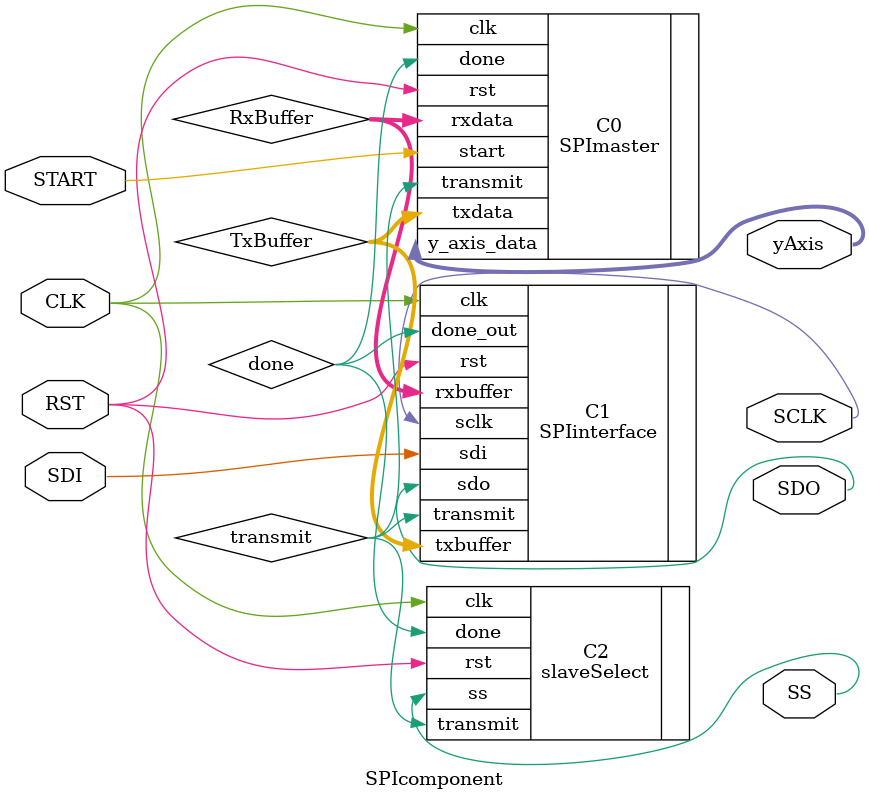
<source format=v>


//  ===================================================================================
//  								  Define Module, Inputs and Outputs
//  ===================================================================================
module SPIcomponent(
		CLK,
		RST,
		START,
		SDI,
		SDO,
		SCLK,
		SS,
		yAxis
);

// ====================================================================================
// 										Port Declarations
// ====================================================================================
   input			 CLK;
   input        RST;
   input        START;
   input        SDI;
   output       SDO;
   output       SCLK;
   output       SS;
   output [9:0] yAxis;
   
// ====================================================================================
// 								Parameters, Register, and Wires
// ====================================================================================
	wire [9:0] 	 yAxis;

   wire [15:0]  TxBuffer;
   wire [7:0]   RxBuffer;
   wire         doneConfigure;
   wire         done;
   wire         transmit;
   
//  ===================================================================================
// 							  				Implementation
//  ===================================================================================
   
		//-------------------------------------------------------------------------
		//	Controls SPI Interface, Stores Received Data, and Controls Data to Send
		//-------------------------------------------------------------------------
		SPImaster C0(
					.rst(RST),
					.start(START),
					.clk(CLK),
					.transmit(transmit),
					.txdata(TxBuffer),
					.rxdata(RxBuffer),
					.done(done),
					.y_axis_data(yAxis)
		);
		
		//-------------------------------------------------------------------------
		//		 Produces Timing Signal, Reads ACL Data, and Writes Data to ACL
		//-------------------------------------------------------------------------
		SPIinterface C1(
					.sdi(SDI),
					.sdo(SDO),
					.rst(RST),
					.clk(CLK),
					.sclk(SCLK),
					.txbuffer(TxBuffer),
					.rxbuffer(RxBuffer),
					.done_out(done),
					.transmit(transmit)
		);
		
		//-------------------------------------------------------------------------
		//		 			 	Enables/Disables PmodACL Communication
		//-------------------------------------------------------------------------
		slaveSelect C2(
					.clk(CLK),
					.ss(SS),
					.done(done),
					.transmit(transmit),
					.rst(RST)
		);
   
endmodule

</source>
